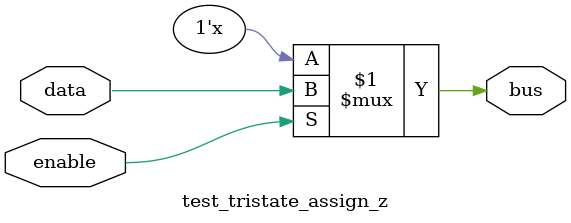
<source format=v>

module test_tristate_assign_z(
  input data,
  input enable,
  output wire bus
);
  assign bus = enable ? data : 1'bz;
endmodule

</source>
